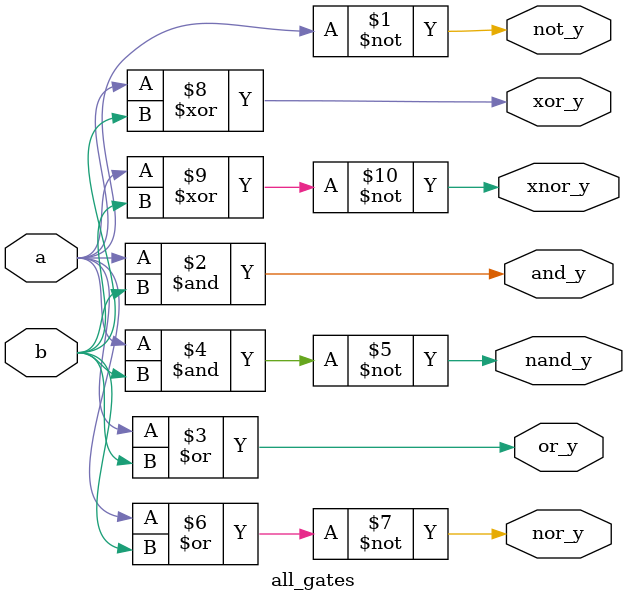
<source format=v>
module all_gates(input a,b, output not_y,and_y,or_y,nand_y,nor_y,xor_y,xnor_y);
	assign not_y=~a;
	assign and_y=a&b;
	assign or_y=a|b;
	assign nand_y=~(a&b);
	assign nor_y=~(a|b);
	assign xor_y=a^b;
	assign xnor_y=~(a^b);
endmodule

</source>
